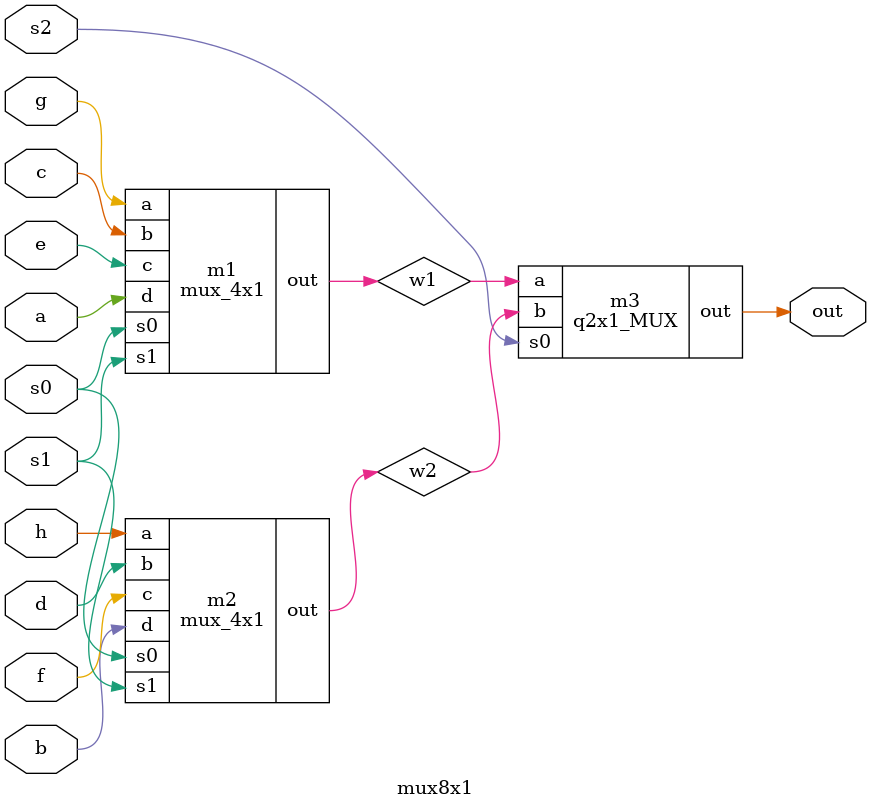
<source format=v>
module q2x1_MUX(input s0,a,b, output out);
wire w1,w2,inv_s0;
not a1(inv_s0,s0);
and a2(w1,inv_s0,a);
and a3(w2,s0,b);
or a4(out,w1,w2);
endmodule


module mux_4x1(input s0,s1,a,b,c,d,output out);

wire inv_s0,inv_s1,w1,w2,w3,w4;

not a1(inv_s0,s0);
not a2(inv_s1,s1);

and a3(w1,s0,s1,a);
and a4(w2,inv_s0,s1,b);
and a5(w3,s0,inv_s1,c);
and a6(w4,inv_s0,inv_s1,d);

or a7(out,w1,w2,w3,w4);

endmodule


module mux8x1(input s0,s1,s2,a,b,c,d,e,f,g,h, output out);
wire w1,w2;

// mux_4x1 m1(s0,s1,e,f,g,h,w1);
// mux_4x1 m2(s0,s1,a,b,c,d,w2);
mux_4x1 m1(s0,s1,g,c,e,a,w1);
mux_4x1 m2(s0,s1,h,d,f,b,w2);

q2x1_MUX m3(s2,w1,w2,out);

endmodule
</source>
